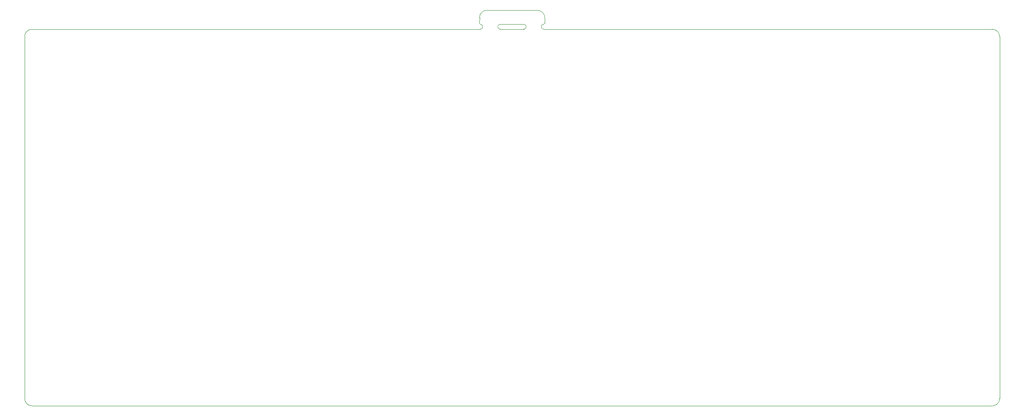
<source format=gbr>
%TF.GenerationSoftware,KiCad,Pcbnew,7.0.7*%
%TF.CreationDate,2023-10-14T12:40:26+02:00*%
%TF.ProjectId,qez,71657a2e-6b69-4636-9164-5f7063625858,rev?*%
%TF.SameCoordinates,Original*%
%TF.FileFunction,Profile,NP*%
%FSLAX46Y46*%
G04 Gerber Fmt 4.6, Leading zero omitted, Abs format (unit mm)*
G04 Created by KiCad (PCBNEW 7.0.7) date 2023-10-14 12:40:26*
%MOMM*%
%LPD*%
G01*
G04 APERTURE LIST*
%TA.AperFunction,Profile*%
%ADD10C,0.100000*%
%TD*%
G04 APERTURE END LIST*
D10*
X58458099Y-131381500D02*
G75*
G03*
X59918599Y-132842001I1460501J0D01*
G01*
X251269500Y-132842001D02*
G75*
G03*
X252730001Y-131381501I0J1460501D01*
G01*
X252730000Y-59105801D02*
G75*
G03*
X251269500Y-57645300I-1460500J1D01*
G01*
X162090101Y-55308500D02*
G75*
G03*
X160629601Y-53847999I-1460501J0D01*
G01*
X150558500Y-53847999D02*
G75*
G03*
X149097999Y-55308499I0J-1460501D01*
G01*
X149233127Y-57649464D02*
X147091751Y-57647600D01*
X161909330Y-57635272D02*
X164091750Y-57647599D01*
X59918599Y-132842001D02*
X251269500Y-132842000D01*
X161909331Y-56635279D02*
G75*
G03*
X162105285Y-56483324I-18731J226479D01*
G01*
X252730001Y-131381501D02*
X252729999Y-59105801D01*
X157909432Y-57643136D02*
X153233025Y-57641600D01*
X59918600Y-57645300D02*
G75*
G03*
X58458100Y-59105800I0J-1460500D01*
G01*
X149070608Y-56481280D02*
X149097999Y-55308499D01*
X251269500Y-57645300D02*
X164091750Y-57647599D01*
X162091750Y-55647601D02*
X162090100Y-55308500D01*
X162105285Y-56483324D02*
X162091750Y-55647601D01*
X147091751Y-57647600D02*
X59918600Y-57645300D01*
X160629601Y-53847999D02*
X150558500Y-53848000D01*
X157909432Y-56643136D02*
X153233025Y-56641600D01*
X149070610Y-56481280D02*
G75*
G03*
X149238718Y-56649390I168090J-20D01*
G01*
X58458100Y-59105800D02*
X58458100Y-131381500D01*
%TO.C,REF\u002A\u002A*%
X149233127Y-57649464D02*
G75*
G03*
X149233127Y-56649464I0J500000D01*
G01*
X153233025Y-56641600D02*
G75*
G03*
X153233025Y-57641600I0J-500000D01*
G01*
X157909432Y-57643136D02*
G75*
G03*
X157909432Y-56643136I0J500000D01*
G01*
X161909330Y-56635272D02*
G75*
G03*
X161909330Y-57635272I0J-500000D01*
G01*
%TD*%
M02*

</source>
